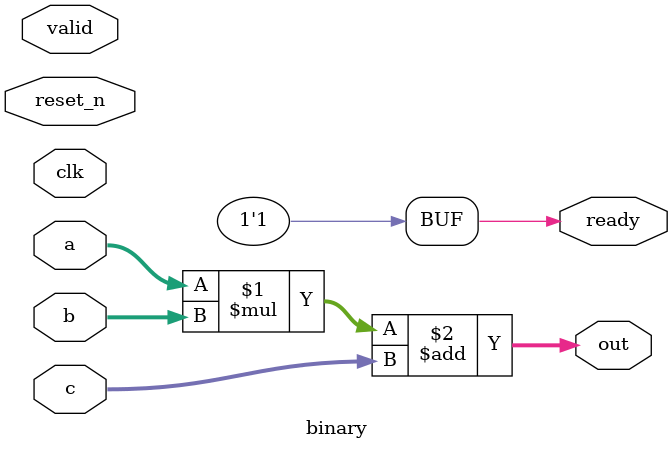
<source format=sv>
`default_nettype none

module binary
    #(parameter SIZE = 3)
    (input  logic clk, 
     input  logic reset_n, 
     input  logic valid, // Start of when the input signal should be grabbed.
     input  logic [SIZE-1:0] a, 
     input  logic [SIZE-1:0] b, 
     input  logic [SIZE-1:0] c, 
     output logic ready, // Asserted when the output is ready to be read. 
     output logic [(SIZE<<1)-1:0] out); 

    
    assign ready = 1'b1; 
    assign out = a * b + c; 
    

endmodule: binary

</source>
